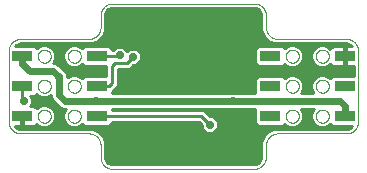
<source format=gbl>
G75*
%MOIN*%
%OFA0B0*%
%FSLAX25Y25*%
%IPPOS*%
%LPD*%
%AMOC8*
5,1,8,0,0,1.08239X$1,22.5*
%
%ADD10C,0.00000*%
%ADD11R,0.07087X0.03543*%
%ADD12C,0.01000*%
%ADD13OC8,0.02420*%
%ADD14C,0.02400*%
D10*
X0045791Y0032012D02*
X0045915Y0032010D01*
X0046038Y0032004D01*
X0046162Y0031995D01*
X0046284Y0031981D01*
X0046407Y0031964D01*
X0046529Y0031942D01*
X0046650Y0031917D01*
X0046770Y0031888D01*
X0046889Y0031856D01*
X0047008Y0031819D01*
X0047125Y0031779D01*
X0047240Y0031736D01*
X0047355Y0031688D01*
X0047467Y0031637D01*
X0047578Y0031583D01*
X0047688Y0031525D01*
X0047795Y0031464D01*
X0047901Y0031399D01*
X0048004Y0031331D01*
X0048105Y0031260D01*
X0048204Y0031186D01*
X0048301Y0031109D01*
X0048395Y0031028D01*
X0048486Y0030945D01*
X0048575Y0030859D01*
X0048661Y0030770D01*
X0048744Y0030679D01*
X0048825Y0030585D01*
X0048902Y0030488D01*
X0048976Y0030389D01*
X0049047Y0030288D01*
X0049115Y0030185D01*
X0049180Y0030079D01*
X0049241Y0029972D01*
X0049299Y0029862D01*
X0049353Y0029751D01*
X0049404Y0029639D01*
X0049452Y0029524D01*
X0049495Y0029409D01*
X0049535Y0029292D01*
X0049572Y0029173D01*
X0049604Y0029054D01*
X0049633Y0028934D01*
X0049658Y0028813D01*
X0049680Y0028691D01*
X0049697Y0028568D01*
X0049711Y0028446D01*
X0049720Y0028322D01*
X0049726Y0028199D01*
X0049728Y0028075D01*
X0049728Y0024138D01*
X0049730Y0024014D01*
X0049736Y0023891D01*
X0049745Y0023767D01*
X0049759Y0023645D01*
X0049776Y0023522D01*
X0049798Y0023400D01*
X0049823Y0023279D01*
X0049852Y0023159D01*
X0049884Y0023040D01*
X0049921Y0022921D01*
X0049961Y0022804D01*
X0050004Y0022689D01*
X0050052Y0022574D01*
X0050103Y0022462D01*
X0050157Y0022351D01*
X0050215Y0022241D01*
X0050276Y0022134D01*
X0050341Y0022028D01*
X0050409Y0021925D01*
X0050480Y0021824D01*
X0050554Y0021725D01*
X0050631Y0021628D01*
X0050712Y0021534D01*
X0050795Y0021443D01*
X0050881Y0021354D01*
X0050970Y0021268D01*
X0051061Y0021185D01*
X0051155Y0021104D01*
X0051252Y0021027D01*
X0051351Y0020953D01*
X0051452Y0020882D01*
X0051555Y0020814D01*
X0051661Y0020749D01*
X0051768Y0020688D01*
X0051878Y0020630D01*
X0051989Y0020576D01*
X0052101Y0020525D01*
X0052216Y0020477D01*
X0052331Y0020434D01*
X0052448Y0020394D01*
X0052567Y0020357D01*
X0052686Y0020325D01*
X0052806Y0020296D01*
X0052927Y0020271D01*
X0053049Y0020249D01*
X0053172Y0020232D01*
X0053294Y0020218D01*
X0053418Y0020209D01*
X0053541Y0020203D01*
X0053665Y0020201D01*
X0100909Y0020201D01*
X0101033Y0020203D01*
X0101156Y0020209D01*
X0101280Y0020218D01*
X0101402Y0020232D01*
X0101525Y0020249D01*
X0101647Y0020271D01*
X0101768Y0020296D01*
X0101888Y0020325D01*
X0102007Y0020357D01*
X0102126Y0020394D01*
X0102243Y0020434D01*
X0102358Y0020477D01*
X0102473Y0020525D01*
X0102585Y0020576D01*
X0102696Y0020630D01*
X0102806Y0020688D01*
X0102913Y0020749D01*
X0103019Y0020814D01*
X0103122Y0020882D01*
X0103223Y0020953D01*
X0103322Y0021027D01*
X0103419Y0021104D01*
X0103513Y0021185D01*
X0103604Y0021268D01*
X0103693Y0021354D01*
X0103779Y0021443D01*
X0103862Y0021534D01*
X0103943Y0021628D01*
X0104020Y0021725D01*
X0104094Y0021824D01*
X0104165Y0021925D01*
X0104233Y0022028D01*
X0104298Y0022134D01*
X0104359Y0022241D01*
X0104417Y0022351D01*
X0104471Y0022462D01*
X0104522Y0022574D01*
X0104570Y0022689D01*
X0104613Y0022804D01*
X0104653Y0022921D01*
X0104690Y0023040D01*
X0104722Y0023159D01*
X0104751Y0023279D01*
X0104776Y0023400D01*
X0104798Y0023522D01*
X0104815Y0023645D01*
X0104829Y0023767D01*
X0104838Y0023891D01*
X0104844Y0024014D01*
X0104846Y0024138D01*
X0104846Y0028075D01*
X0104848Y0028199D01*
X0104854Y0028322D01*
X0104863Y0028446D01*
X0104877Y0028568D01*
X0104894Y0028691D01*
X0104916Y0028813D01*
X0104941Y0028934D01*
X0104970Y0029054D01*
X0105002Y0029173D01*
X0105039Y0029292D01*
X0105079Y0029409D01*
X0105122Y0029524D01*
X0105170Y0029639D01*
X0105221Y0029751D01*
X0105275Y0029862D01*
X0105333Y0029972D01*
X0105394Y0030079D01*
X0105459Y0030185D01*
X0105527Y0030288D01*
X0105598Y0030389D01*
X0105672Y0030488D01*
X0105749Y0030585D01*
X0105830Y0030679D01*
X0105913Y0030770D01*
X0105999Y0030859D01*
X0106088Y0030945D01*
X0106179Y0031028D01*
X0106273Y0031109D01*
X0106370Y0031186D01*
X0106469Y0031260D01*
X0106570Y0031331D01*
X0106673Y0031399D01*
X0106779Y0031464D01*
X0106886Y0031525D01*
X0106996Y0031583D01*
X0107107Y0031637D01*
X0107219Y0031688D01*
X0107334Y0031736D01*
X0107449Y0031779D01*
X0107566Y0031819D01*
X0107685Y0031856D01*
X0107804Y0031888D01*
X0107924Y0031917D01*
X0108045Y0031942D01*
X0108167Y0031964D01*
X0108290Y0031981D01*
X0108412Y0031995D01*
X0108536Y0032004D01*
X0108659Y0032010D01*
X0108783Y0032012D01*
X0131618Y0032012D01*
X0131742Y0032014D01*
X0131865Y0032020D01*
X0131989Y0032029D01*
X0132111Y0032043D01*
X0132234Y0032060D01*
X0132356Y0032082D01*
X0132477Y0032107D01*
X0132597Y0032136D01*
X0132716Y0032168D01*
X0132835Y0032205D01*
X0132952Y0032245D01*
X0133067Y0032288D01*
X0133182Y0032336D01*
X0133294Y0032387D01*
X0133405Y0032441D01*
X0133515Y0032499D01*
X0133622Y0032560D01*
X0133728Y0032625D01*
X0133831Y0032693D01*
X0133932Y0032764D01*
X0134031Y0032838D01*
X0134128Y0032915D01*
X0134222Y0032996D01*
X0134313Y0033079D01*
X0134402Y0033165D01*
X0134488Y0033254D01*
X0134571Y0033345D01*
X0134652Y0033439D01*
X0134729Y0033536D01*
X0134803Y0033635D01*
X0134874Y0033736D01*
X0134942Y0033839D01*
X0135007Y0033945D01*
X0135068Y0034052D01*
X0135126Y0034162D01*
X0135180Y0034273D01*
X0135231Y0034385D01*
X0135279Y0034500D01*
X0135322Y0034615D01*
X0135362Y0034732D01*
X0135399Y0034851D01*
X0135431Y0034970D01*
X0135460Y0035090D01*
X0135485Y0035211D01*
X0135507Y0035333D01*
X0135524Y0035456D01*
X0135538Y0035578D01*
X0135547Y0035702D01*
X0135553Y0035825D01*
X0135555Y0035949D01*
X0135555Y0059571D01*
X0135553Y0059695D01*
X0135547Y0059818D01*
X0135538Y0059942D01*
X0135524Y0060064D01*
X0135507Y0060187D01*
X0135485Y0060309D01*
X0135460Y0060430D01*
X0135431Y0060550D01*
X0135399Y0060669D01*
X0135362Y0060788D01*
X0135322Y0060905D01*
X0135279Y0061020D01*
X0135231Y0061135D01*
X0135180Y0061247D01*
X0135126Y0061358D01*
X0135068Y0061468D01*
X0135007Y0061575D01*
X0134942Y0061681D01*
X0134874Y0061784D01*
X0134803Y0061885D01*
X0134729Y0061984D01*
X0134652Y0062081D01*
X0134571Y0062175D01*
X0134488Y0062266D01*
X0134402Y0062355D01*
X0134313Y0062441D01*
X0134222Y0062524D01*
X0134128Y0062605D01*
X0134031Y0062682D01*
X0133932Y0062756D01*
X0133831Y0062827D01*
X0133728Y0062895D01*
X0133622Y0062960D01*
X0133515Y0063021D01*
X0133405Y0063079D01*
X0133294Y0063133D01*
X0133182Y0063184D01*
X0133067Y0063232D01*
X0132952Y0063275D01*
X0132835Y0063315D01*
X0132716Y0063352D01*
X0132597Y0063384D01*
X0132477Y0063413D01*
X0132356Y0063438D01*
X0132234Y0063460D01*
X0132111Y0063477D01*
X0131989Y0063491D01*
X0131865Y0063500D01*
X0131742Y0063506D01*
X0131618Y0063508D01*
X0108783Y0063508D01*
X0108659Y0063510D01*
X0108536Y0063516D01*
X0108412Y0063525D01*
X0108290Y0063539D01*
X0108167Y0063556D01*
X0108045Y0063578D01*
X0107924Y0063603D01*
X0107804Y0063632D01*
X0107685Y0063664D01*
X0107566Y0063701D01*
X0107449Y0063741D01*
X0107334Y0063784D01*
X0107219Y0063832D01*
X0107107Y0063883D01*
X0106996Y0063937D01*
X0106886Y0063995D01*
X0106779Y0064056D01*
X0106673Y0064121D01*
X0106570Y0064189D01*
X0106469Y0064260D01*
X0106370Y0064334D01*
X0106273Y0064411D01*
X0106179Y0064492D01*
X0106088Y0064575D01*
X0105999Y0064661D01*
X0105913Y0064750D01*
X0105830Y0064841D01*
X0105749Y0064935D01*
X0105672Y0065032D01*
X0105598Y0065131D01*
X0105527Y0065232D01*
X0105459Y0065335D01*
X0105394Y0065441D01*
X0105333Y0065548D01*
X0105275Y0065658D01*
X0105221Y0065769D01*
X0105170Y0065881D01*
X0105122Y0065996D01*
X0105079Y0066111D01*
X0105039Y0066228D01*
X0105002Y0066347D01*
X0104970Y0066466D01*
X0104941Y0066586D01*
X0104916Y0066707D01*
X0104894Y0066829D01*
X0104877Y0066952D01*
X0104863Y0067074D01*
X0104854Y0067198D01*
X0104848Y0067321D01*
X0104846Y0067445D01*
X0104846Y0071382D01*
X0104844Y0071506D01*
X0104838Y0071629D01*
X0104829Y0071753D01*
X0104815Y0071875D01*
X0104798Y0071998D01*
X0104776Y0072120D01*
X0104751Y0072241D01*
X0104722Y0072361D01*
X0104690Y0072480D01*
X0104653Y0072599D01*
X0104613Y0072716D01*
X0104570Y0072831D01*
X0104522Y0072946D01*
X0104471Y0073058D01*
X0104417Y0073169D01*
X0104359Y0073279D01*
X0104298Y0073386D01*
X0104233Y0073492D01*
X0104165Y0073595D01*
X0104094Y0073696D01*
X0104020Y0073795D01*
X0103943Y0073892D01*
X0103862Y0073986D01*
X0103779Y0074077D01*
X0103693Y0074166D01*
X0103604Y0074252D01*
X0103513Y0074335D01*
X0103419Y0074416D01*
X0103322Y0074493D01*
X0103223Y0074567D01*
X0103122Y0074638D01*
X0103019Y0074706D01*
X0102913Y0074771D01*
X0102806Y0074832D01*
X0102696Y0074890D01*
X0102585Y0074944D01*
X0102473Y0074995D01*
X0102358Y0075043D01*
X0102243Y0075086D01*
X0102126Y0075126D01*
X0102007Y0075163D01*
X0101888Y0075195D01*
X0101768Y0075224D01*
X0101647Y0075249D01*
X0101525Y0075271D01*
X0101402Y0075288D01*
X0101280Y0075302D01*
X0101156Y0075311D01*
X0101033Y0075317D01*
X0100909Y0075319D01*
X0053665Y0075319D01*
X0053541Y0075317D01*
X0053418Y0075311D01*
X0053294Y0075302D01*
X0053172Y0075288D01*
X0053049Y0075271D01*
X0052927Y0075249D01*
X0052806Y0075224D01*
X0052686Y0075195D01*
X0052567Y0075163D01*
X0052448Y0075126D01*
X0052331Y0075086D01*
X0052216Y0075043D01*
X0052101Y0074995D01*
X0051989Y0074944D01*
X0051878Y0074890D01*
X0051768Y0074832D01*
X0051661Y0074771D01*
X0051555Y0074706D01*
X0051452Y0074638D01*
X0051351Y0074567D01*
X0051252Y0074493D01*
X0051155Y0074416D01*
X0051061Y0074335D01*
X0050970Y0074252D01*
X0050881Y0074166D01*
X0050795Y0074077D01*
X0050712Y0073986D01*
X0050631Y0073892D01*
X0050554Y0073795D01*
X0050480Y0073696D01*
X0050409Y0073595D01*
X0050341Y0073492D01*
X0050276Y0073386D01*
X0050215Y0073279D01*
X0050157Y0073169D01*
X0050103Y0073058D01*
X0050052Y0072946D01*
X0050004Y0072831D01*
X0049961Y0072716D01*
X0049921Y0072599D01*
X0049884Y0072480D01*
X0049852Y0072361D01*
X0049823Y0072241D01*
X0049798Y0072120D01*
X0049776Y0071998D01*
X0049759Y0071875D01*
X0049745Y0071753D01*
X0049736Y0071629D01*
X0049730Y0071506D01*
X0049728Y0071382D01*
X0049728Y0067445D01*
X0049726Y0067321D01*
X0049720Y0067198D01*
X0049711Y0067074D01*
X0049697Y0066952D01*
X0049680Y0066829D01*
X0049658Y0066707D01*
X0049633Y0066586D01*
X0049604Y0066466D01*
X0049572Y0066347D01*
X0049535Y0066228D01*
X0049495Y0066111D01*
X0049452Y0065996D01*
X0049404Y0065881D01*
X0049353Y0065769D01*
X0049299Y0065658D01*
X0049241Y0065548D01*
X0049180Y0065441D01*
X0049115Y0065335D01*
X0049047Y0065232D01*
X0048976Y0065131D01*
X0048902Y0065032D01*
X0048825Y0064935D01*
X0048744Y0064841D01*
X0048661Y0064750D01*
X0048575Y0064661D01*
X0048486Y0064575D01*
X0048395Y0064492D01*
X0048301Y0064411D01*
X0048204Y0064334D01*
X0048105Y0064260D01*
X0048004Y0064189D01*
X0047901Y0064121D01*
X0047795Y0064056D01*
X0047688Y0063995D01*
X0047578Y0063937D01*
X0047467Y0063883D01*
X0047355Y0063832D01*
X0047240Y0063784D01*
X0047125Y0063741D01*
X0047008Y0063701D01*
X0046889Y0063664D01*
X0046770Y0063632D01*
X0046650Y0063603D01*
X0046529Y0063578D01*
X0046407Y0063556D01*
X0046284Y0063539D01*
X0046162Y0063525D01*
X0046038Y0063516D01*
X0045915Y0063510D01*
X0045791Y0063508D01*
X0023055Y0063508D01*
X0022931Y0063506D01*
X0022808Y0063500D01*
X0022684Y0063491D01*
X0022562Y0063477D01*
X0022439Y0063460D01*
X0022317Y0063438D01*
X0022196Y0063413D01*
X0022076Y0063384D01*
X0021957Y0063352D01*
X0021838Y0063315D01*
X0021721Y0063275D01*
X0021606Y0063232D01*
X0021491Y0063184D01*
X0021379Y0063133D01*
X0021268Y0063079D01*
X0021158Y0063021D01*
X0021051Y0062960D01*
X0020945Y0062895D01*
X0020842Y0062827D01*
X0020741Y0062756D01*
X0020642Y0062682D01*
X0020545Y0062605D01*
X0020451Y0062524D01*
X0020360Y0062441D01*
X0020271Y0062355D01*
X0020185Y0062266D01*
X0020102Y0062175D01*
X0020021Y0062081D01*
X0019944Y0061984D01*
X0019870Y0061885D01*
X0019799Y0061784D01*
X0019731Y0061681D01*
X0019666Y0061575D01*
X0019605Y0061468D01*
X0019547Y0061358D01*
X0019493Y0061247D01*
X0019442Y0061135D01*
X0019394Y0061020D01*
X0019351Y0060905D01*
X0019311Y0060788D01*
X0019274Y0060669D01*
X0019242Y0060550D01*
X0019213Y0060430D01*
X0019188Y0060309D01*
X0019166Y0060187D01*
X0019149Y0060064D01*
X0019135Y0059942D01*
X0019126Y0059818D01*
X0019120Y0059695D01*
X0019118Y0059571D01*
X0019118Y0035949D01*
X0019120Y0035825D01*
X0019126Y0035702D01*
X0019135Y0035578D01*
X0019149Y0035456D01*
X0019166Y0035333D01*
X0019188Y0035211D01*
X0019213Y0035090D01*
X0019242Y0034970D01*
X0019274Y0034851D01*
X0019311Y0034732D01*
X0019351Y0034615D01*
X0019394Y0034500D01*
X0019442Y0034385D01*
X0019493Y0034273D01*
X0019547Y0034162D01*
X0019605Y0034052D01*
X0019666Y0033945D01*
X0019731Y0033839D01*
X0019799Y0033736D01*
X0019870Y0033635D01*
X0019944Y0033536D01*
X0020021Y0033439D01*
X0020102Y0033345D01*
X0020185Y0033254D01*
X0020271Y0033165D01*
X0020360Y0033079D01*
X0020451Y0032996D01*
X0020545Y0032915D01*
X0020642Y0032838D01*
X0020741Y0032764D01*
X0020842Y0032693D01*
X0020945Y0032625D01*
X0021051Y0032560D01*
X0021158Y0032499D01*
X0021268Y0032441D01*
X0021379Y0032387D01*
X0021491Y0032336D01*
X0021606Y0032288D01*
X0021721Y0032245D01*
X0021838Y0032205D01*
X0021957Y0032168D01*
X0022076Y0032136D01*
X0022196Y0032107D01*
X0022317Y0032082D01*
X0022439Y0032060D01*
X0022562Y0032043D01*
X0022684Y0032029D01*
X0022808Y0032020D01*
X0022931Y0032014D01*
X0023055Y0032012D01*
X0045791Y0032012D01*
X0038784Y0037760D02*
X0038786Y0037853D01*
X0038792Y0037945D01*
X0038802Y0038037D01*
X0038816Y0038128D01*
X0038833Y0038219D01*
X0038855Y0038309D01*
X0038880Y0038398D01*
X0038909Y0038486D01*
X0038942Y0038572D01*
X0038979Y0038657D01*
X0039019Y0038741D01*
X0039063Y0038822D01*
X0039110Y0038902D01*
X0039160Y0038980D01*
X0039214Y0039055D01*
X0039271Y0039128D01*
X0039331Y0039198D01*
X0039394Y0039266D01*
X0039460Y0039331D01*
X0039528Y0039393D01*
X0039599Y0039453D01*
X0039673Y0039509D01*
X0039749Y0039562D01*
X0039827Y0039611D01*
X0039907Y0039658D01*
X0039989Y0039700D01*
X0040073Y0039740D01*
X0040158Y0039775D01*
X0040245Y0039807D01*
X0040333Y0039836D01*
X0040422Y0039860D01*
X0040512Y0039881D01*
X0040603Y0039897D01*
X0040695Y0039910D01*
X0040787Y0039919D01*
X0040880Y0039924D01*
X0040972Y0039925D01*
X0041065Y0039922D01*
X0041157Y0039915D01*
X0041249Y0039904D01*
X0041340Y0039889D01*
X0041431Y0039871D01*
X0041521Y0039848D01*
X0041609Y0039822D01*
X0041697Y0039792D01*
X0041783Y0039758D01*
X0041867Y0039721D01*
X0041950Y0039679D01*
X0042031Y0039635D01*
X0042111Y0039587D01*
X0042188Y0039536D01*
X0042262Y0039481D01*
X0042335Y0039423D01*
X0042405Y0039363D01*
X0042472Y0039299D01*
X0042536Y0039233D01*
X0042598Y0039163D01*
X0042656Y0039092D01*
X0042711Y0039018D01*
X0042763Y0038941D01*
X0042812Y0038862D01*
X0042858Y0038782D01*
X0042900Y0038699D01*
X0042938Y0038615D01*
X0042973Y0038529D01*
X0043004Y0038442D01*
X0043031Y0038354D01*
X0043054Y0038264D01*
X0043074Y0038174D01*
X0043090Y0038083D01*
X0043102Y0037991D01*
X0043110Y0037899D01*
X0043114Y0037806D01*
X0043114Y0037714D01*
X0043110Y0037621D01*
X0043102Y0037529D01*
X0043090Y0037437D01*
X0043074Y0037346D01*
X0043054Y0037256D01*
X0043031Y0037166D01*
X0043004Y0037078D01*
X0042973Y0036991D01*
X0042938Y0036905D01*
X0042900Y0036821D01*
X0042858Y0036738D01*
X0042812Y0036658D01*
X0042763Y0036579D01*
X0042711Y0036502D01*
X0042656Y0036428D01*
X0042598Y0036357D01*
X0042536Y0036287D01*
X0042472Y0036221D01*
X0042405Y0036157D01*
X0042335Y0036097D01*
X0042262Y0036039D01*
X0042188Y0035984D01*
X0042111Y0035933D01*
X0042032Y0035885D01*
X0041950Y0035841D01*
X0041867Y0035799D01*
X0041783Y0035762D01*
X0041697Y0035728D01*
X0041609Y0035698D01*
X0041521Y0035672D01*
X0041431Y0035649D01*
X0041340Y0035631D01*
X0041249Y0035616D01*
X0041157Y0035605D01*
X0041065Y0035598D01*
X0040972Y0035595D01*
X0040880Y0035596D01*
X0040787Y0035601D01*
X0040695Y0035610D01*
X0040603Y0035623D01*
X0040512Y0035639D01*
X0040422Y0035660D01*
X0040333Y0035684D01*
X0040245Y0035713D01*
X0040158Y0035745D01*
X0040073Y0035780D01*
X0039989Y0035820D01*
X0039907Y0035862D01*
X0039827Y0035909D01*
X0039749Y0035958D01*
X0039673Y0036011D01*
X0039599Y0036067D01*
X0039528Y0036127D01*
X0039460Y0036189D01*
X0039394Y0036254D01*
X0039331Y0036322D01*
X0039271Y0036392D01*
X0039214Y0036465D01*
X0039160Y0036540D01*
X0039110Y0036618D01*
X0039063Y0036698D01*
X0039019Y0036779D01*
X0038979Y0036863D01*
X0038942Y0036948D01*
X0038909Y0037034D01*
X0038880Y0037122D01*
X0038855Y0037211D01*
X0038833Y0037301D01*
X0038816Y0037392D01*
X0038802Y0037483D01*
X0038792Y0037575D01*
X0038786Y0037667D01*
X0038784Y0037760D01*
X0028784Y0037760D02*
X0028786Y0037853D01*
X0028792Y0037945D01*
X0028802Y0038037D01*
X0028816Y0038128D01*
X0028833Y0038219D01*
X0028855Y0038309D01*
X0028880Y0038398D01*
X0028909Y0038486D01*
X0028942Y0038572D01*
X0028979Y0038657D01*
X0029019Y0038741D01*
X0029063Y0038822D01*
X0029110Y0038902D01*
X0029160Y0038980D01*
X0029214Y0039055D01*
X0029271Y0039128D01*
X0029331Y0039198D01*
X0029394Y0039266D01*
X0029460Y0039331D01*
X0029528Y0039393D01*
X0029599Y0039453D01*
X0029673Y0039509D01*
X0029749Y0039562D01*
X0029827Y0039611D01*
X0029907Y0039658D01*
X0029989Y0039700D01*
X0030073Y0039740D01*
X0030158Y0039775D01*
X0030245Y0039807D01*
X0030333Y0039836D01*
X0030422Y0039860D01*
X0030512Y0039881D01*
X0030603Y0039897D01*
X0030695Y0039910D01*
X0030787Y0039919D01*
X0030880Y0039924D01*
X0030972Y0039925D01*
X0031065Y0039922D01*
X0031157Y0039915D01*
X0031249Y0039904D01*
X0031340Y0039889D01*
X0031431Y0039871D01*
X0031521Y0039848D01*
X0031609Y0039822D01*
X0031697Y0039792D01*
X0031783Y0039758D01*
X0031867Y0039721D01*
X0031950Y0039679D01*
X0032031Y0039635D01*
X0032111Y0039587D01*
X0032188Y0039536D01*
X0032262Y0039481D01*
X0032335Y0039423D01*
X0032405Y0039363D01*
X0032472Y0039299D01*
X0032536Y0039233D01*
X0032598Y0039163D01*
X0032656Y0039092D01*
X0032711Y0039018D01*
X0032763Y0038941D01*
X0032812Y0038862D01*
X0032858Y0038782D01*
X0032900Y0038699D01*
X0032938Y0038615D01*
X0032973Y0038529D01*
X0033004Y0038442D01*
X0033031Y0038354D01*
X0033054Y0038264D01*
X0033074Y0038174D01*
X0033090Y0038083D01*
X0033102Y0037991D01*
X0033110Y0037899D01*
X0033114Y0037806D01*
X0033114Y0037714D01*
X0033110Y0037621D01*
X0033102Y0037529D01*
X0033090Y0037437D01*
X0033074Y0037346D01*
X0033054Y0037256D01*
X0033031Y0037166D01*
X0033004Y0037078D01*
X0032973Y0036991D01*
X0032938Y0036905D01*
X0032900Y0036821D01*
X0032858Y0036738D01*
X0032812Y0036658D01*
X0032763Y0036579D01*
X0032711Y0036502D01*
X0032656Y0036428D01*
X0032598Y0036357D01*
X0032536Y0036287D01*
X0032472Y0036221D01*
X0032405Y0036157D01*
X0032335Y0036097D01*
X0032262Y0036039D01*
X0032188Y0035984D01*
X0032111Y0035933D01*
X0032032Y0035885D01*
X0031950Y0035841D01*
X0031867Y0035799D01*
X0031783Y0035762D01*
X0031697Y0035728D01*
X0031609Y0035698D01*
X0031521Y0035672D01*
X0031431Y0035649D01*
X0031340Y0035631D01*
X0031249Y0035616D01*
X0031157Y0035605D01*
X0031065Y0035598D01*
X0030972Y0035595D01*
X0030880Y0035596D01*
X0030787Y0035601D01*
X0030695Y0035610D01*
X0030603Y0035623D01*
X0030512Y0035639D01*
X0030422Y0035660D01*
X0030333Y0035684D01*
X0030245Y0035713D01*
X0030158Y0035745D01*
X0030073Y0035780D01*
X0029989Y0035820D01*
X0029907Y0035862D01*
X0029827Y0035909D01*
X0029749Y0035958D01*
X0029673Y0036011D01*
X0029599Y0036067D01*
X0029528Y0036127D01*
X0029460Y0036189D01*
X0029394Y0036254D01*
X0029331Y0036322D01*
X0029271Y0036392D01*
X0029214Y0036465D01*
X0029160Y0036540D01*
X0029110Y0036618D01*
X0029063Y0036698D01*
X0029019Y0036779D01*
X0028979Y0036863D01*
X0028942Y0036948D01*
X0028909Y0037034D01*
X0028880Y0037122D01*
X0028855Y0037211D01*
X0028833Y0037301D01*
X0028816Y0037392D01*
X0028802Y0037483D01*
X0028792Y0037575D01*
X0028786Y0037667D01*
X0028784Y0037760D01*
X0028784Y0047760D02*
X0028786Y0047853D01*
X0028792Y0047945D01*
X0028802Y0048037D01*
X0028816Y0048128D01*
X0028833Y0048219D01*
X0028855Y0048309D01*
X0028880Y0048398D01*
X0028909Y0048486D01*
X0028942Y0048572D01*
X0028979Y0048657D01*
X0029019Y0048741D01*
X0029063Y0048822D01*
X0029110Y0048902D01*
X0029160Y0048980D01*
X0029214Y0049055D01*
X0029271Y0049128D01*
X0029331Y0049198D01*
X0029394Y0049266D01*
X0029460Y0049331D01*
X0029528Y0049393D01*
X0029599Y0049453D01*
X0029673Y0049509D01*
X0029749Y0049562D01*
X0029827Y0049611D01*
X0029907Y0049658D01*
X0029989Y0049700D01*
X0030073Y0049740D01*
X0030158Y0049775D01*
X0030245Y0049807D01*
X0030333Y0049836D01*
X0030422Y0049860D01*
X0030512Y0049881D01*
X0030603Y0049897D01*
X0030695Y0049910D01*
X0030787Y0049919D01*
X0030880Y0049924D01*
X0030972Y0049925D01*
X0031065Y0049922D01*
X0031157Y0049915D01*
X0031249Y0049904D01*
X0031340Y0049889D01*
X0031431Y0049871D01*
X0031521Y0049848D01*
X0031609Y0049822D01*
X0031697Y0049792D01*
X0031783Y0049758D01*
X0031867Y0049721D01*
X0031950Y0049679D01*
X0032031Y0049635D01*
X0032111Y0049587D01*
X0032188Y0049536D01*
X0032262Y0049481D01*
X0032335Y0049423D01*
X0032405Y0049363D01*
X0032472Y0049299D01*
X0032536Y0049233D01*
X0032598Y0049163D01*
X0032656Y0049092D01*
X0032711Y0049018D01*
X0032763Y0048941D01*
X0032812Y0048862D01*
X0032858Y0048782D01*
X0032900Y0048699D01*
X0032938Y0048615D01*
X0032973Y0048529D01*
X0033004Y0048442D01*
X0033031Y0048354D01*
X0033054Y0048264D01*
X0033074Y0048174D01*
X0033090Y0048083D01*
X0033102Y0047991D01*
X0033110Y0047899D01*
X0033114Y0047806D01*
X0033114Y0047714D01*
X0033110Y0047621D01*
X0033102Y0047529D01*
X0033090Y0047437D01*
X0033074Y0047346D01*
X0033054Y0047256D01*
X0033031Y0047166D01*
X0033004Y0047078D01*
X0032973Y0046991D01*
X0032938Y0046905D01*
X0032900Y0046821D01*
X0032858Y0046738D01*
X0032812Y0046658D01*
X0032763Y0046579D01*
X0032711Y0046502D01*
X0032656Y0046428D01*
X0032598Y0046357D01*
X0032536Y0046287D01*
X0032472Y0046221D01*
X0032405Y0046157D01*
X0032335Y0046097D01*
X0032262Y0046039D01*
X0032188Y0045984D01*
X0032111Y0045933D01*
X0032032Y0045885D01*
X0031950Y0045841D01*
X0031867Y0045799D01*
X0031783Y0045762D01*
X0031697Y0045728D01*
X0031609Y0045698D01*
X0031521Y0045672D01*
X0031431Y0045649D01*
X0031340Y0045631D01*
X0031249Y0045616D01*
X0031157Y0045605D01*
X0031065Y0045598D01*
X0030972Y0045595D01*
X0030880Y0045596D01*
X0030787Y0045601D01*
X0030695Y0045610D01*
X0030603Y0045623D01*
X0030512Y0045639D01*
X0030422Y0045660D01*
X0030333Y0045684D01*
X0030245Y0045713D01*
X0030158Y0045745D01*
X0030073Y0045780D01*
X0029989Y0045820D01*
X0029907Y0045862D01*
X0029827Y0045909D01*
X0029749Y0045958D01*
X0029673Y0046011D01*
X0029599Y0046067D01*
X0029528Y0046127D01*
X0029460Y0046189D01*
X0029394Y0046254D01*
X0029331Y0046322D01*
X0029271Y0046392D01*
X0029214Y0046465D01*
X0029160Y0046540D01*
X0029110Y0046618D01*
X0029063Y0046698D01*
X0029019Y0046779D01*
X0028979Y0046863D01*
X0028942Y0046948D01*
X0028909Y0047034D01*
X0028880Y0047122D01*
X0028855Y0047211D01*
X0028833Y0047301D01*
X0028816Y0047392D01*
X0028802Y0047483D01*
X0028792Y0047575D01*
X0028786Y0047667D01*
X0028784Y0047760D01*
X0038784Y0047760D02*
X0038786Y0047853D01*
X0038792Y0047945D01*
X0038802Y0048037D01*
X0038816Y0048128D01*
X0038833Y0048219D01*
X0038855Y0048309D01*
X0038880Y0048398D01*
X0038909Y0048486D01*
X0038942Y0048572D01*
X0038979Y0048657D01*
X0039019Y0048741D01*
X0039063Y0048822D01*
X0039110Y0048902D01*
X0039160Y0048980D01*
X0039214Y0049055D01*
X0039271Y0049128D01*
X0039331Y0049198D01*
X0039394Y0049266D01*
X0039460Y0049331D01*
X0039528Y0049393D01*
X0039599Y0049453D01*
X0039673Y0049509D01*
X0039749Y0049562D01*
X0039827Y0049611D01*
X0039907Y0049658D01*
X0039989Y0049700D01*
X0040073Y0049740D01*
X0040158Y0049775D01*
X0040245Y0049807D01*
X0040333Y0049836D01*
X0040422Y0049860D01*
X0040512Y0049881D01*
X0040603Y0049897D01*
X0040695Y0049910D01*
X0040787Y0049919D01*
X0040880Y0049924D01*
X0040972Y0049925D01*
X0041065Y0049922D01*
X0041157Y0049915D01*
X0041249Y0049904D01*
X0041340Y0049889D01*
X0041431Y0049871D01*
X0041521Y0049848D01*
X0041609Y0049822D01*
X0041697Y0049792D01*
X0041783Y0049758D01*
X0041867Y0049721D01*
X0041950Y0049679D01*
X0042031Y0049635D01*
X0042111Y0049587D01*
X0042188Y0049536D01*
X0042262Y0049481D01*
X0042335Y0049423D01*
X0042405Y0049363D01*
X0042472Y0049299D01*
X0042536Y0049233D01*
X0042598Y0049163D01*
X0042656Y0049092D01*
X0042711Y0049018D01*
X0042763Y0048941D01*
X0042812Y0048862D01*
X0042858Y0048782D01*
X0042900Y0048699D01*
X0042938Y0048615D01*
X0042973Y0048529D01*
X0043004Y0048442D01*
X0043031Y0048354D01*
X0043054Y0048264D01*
X0043074Y0048174D01*
X0043090Y0048083D01*
X0043102Y0047991D01*
X0043110Y0047899D01*
X0043114Y0047806D01*
X0043114Y0047714D01*
X0043110Y0047621D01*
X0043102Y0047529D01*
X0043090Y0047437D01*
X0043074Y0047346D01*
X0043054Y0047256D01*
X0043031Y0047166D01*
X0043004Y0047078D01*
X0042973Y0046991D01*
X0042938Y0046905D01*
X0042900Y0046821D01*
X0042858Y0046738D01*
X0042812Y0046658D01*
X0042763Y0046579D01*
X0042711Y0046502D01*
X0042656Y0046428D01*
X0042598Y0046357D01*
X0042536Y0046287D01*
X0042472Y0046221D01*
X0042405Y0046157D01*
X0042335Y0046097D01*
X0042262Y0046039D01*
X0042188Y0045984D01*
X0042111Y0045933D01*
X0042032Y0045885D01*
X0041950Y0045841D01*
X0041867Y0045799D01*
X0041783Y0045762D01*
X0041697Y0045728D01*
X0041609Y0045698D01*
X0041521Y0045672D01*
X0041431Y0045649D01*
X0041340Y0045631D01*
X0041249Y0045616D01*
X0041157Y0045605D01*
X0041065Y0045598D01*
X0040972Y0045595D01*
X0040880Y0045596D01*
X0040787Y0045601D01*
X0040695Y0045610D01*
X0040603Y0045623D01*
X0040512Y0045639D01*
X0040422Y0045660D01*
X0040333Y0045684D01*
X0040245Y0045713D01*
X0040158Y0045745D01*
X0040073Y0045780D01*
X0039989Y0045820D01*
X0039907Y0045862D01*
X0039827Y0045909D01*
X0039749Y0045958D01*
X0039673Y0046011D01*
X0039599Y0046067D01*
X0039528Y0046127D01*
X0039460Y0046189D01*
X0039394Y0046254D01*
X0039331Y0046322D01*
X0039271Y0046392D01*
X0039214Y0046465D01*
X0039160Y0046540D01*
X0039110Y0046618D01*
X0039063Y0046698D01*
X0039019Y0046779D01*
X0038979Y0046863D01*
X0038942Y0046948D01*
X0038909Y0047034D01*
X0038880Y0047122D01*
X0038855Y0047211D01*
X0038833Y0047301D01*
X0038816Y0047392D01*
X0038802Y0047483D01*
X0038792Y0047575D01*
X0038786Y0047667D01*
X0038784Y0047760D01*
X0038784Y0057760D02*
X0038786Y0057853D01*
X0038792Y0057945D01*
X0038802Y0058037D01*
X0038816Y0058128D01*
X0038833Y0058219D01*
X0038855Y0058309D01*
X0038880Y0058398D01*
X0038909Y0058486D01*
X0038942Y0058572D01*
X0038979Y0058657D01*
X0039019Y0058741D01*
X0039063Y0058822D01*
X0039110Y0058902D01*
X0039160Y0058980D01*
X0039214Y0059055D01*
X0039271Y0059128D01*
X0039331Y0059198D01*
X0039394Y0059266D01*
X0039460Y0059331D01*
X0039528Y0059393D01*
X0039599Y0059453D01*
X0039673Y0059509D01*
X0039749Y0059562D01*
X0039827Y0059611D01*
X0039907Y0059658D01*
X0039989Y0059700D01*
X0040073Y0059740D01*
X0040158Y0059775D01*
X0040245Y0059807D01*
X0040333Y0059836D01*
X0040422Y0059860D01*
X0040512Y0059881D01*
X0040603Y0059897D01*
X0040695Y0059910D01*
X0040787Y0059919D01*
X0040880Y0059924D01*
X0040972Y0059925D01*
X0041065Y0059922D01*
X0041157Y0059915D01*
X0041249Y0059904D01*
X0041340Y0059889D01*
X0041431Y0059871D01*
X0041521Y0059848D01*
X0041609Y0059822D01*
X0041697Y0059792D01*
X0041783Y0059758D01*
X0041867Y0059721D01*
X0041950Y0059679D01*
X0042031Y0059635D01*
X0042111Y0059587D01*
X0042188Y0059536D01*
X0042262Y0059481D01*
X0042335Y0059423D01*
X0042405Y0059363D01*
X0042472Y0059299D01*
X0042536Y0059233D01*
X0042598Y0059163D01*
X0042656Y0059092D01*
X0042711Y0059018D01*
X0042763Y0058941D01*
X0042812Y0058862D01*
X0042858Y0058782D01*
X0042900Y0058699D01*
X0042938Y0058615D01*
X0042973Y0058529D01*
X0043004Y0058442D01*
X0043031Y0058354D01*
X0043054Y0058264D01*
X0043074Y0058174D01*
X0043090Y0058083D01*
X0043102Y0057991D01*
X0043110Y0057899D01*
X0043114Y0057806D01*
X0043114Y0057714D01*
X0043110Y0057621D01*
X0043102Y0057529D01*
X0043090Y0057437D01*
X0043074Y0057346D01*
X0043054Y0057256D01*
X0043031Y0057166D01*
X0043004Y0057078D01*
X0042973Y0056991D01*
X0042938Y0056905D01*
X0042900Y0056821D01*
X0042858Y0056738D01*
X0042812Y0056658D01*
X0042763Y0056579D01*
X0042711Y0056502D01*
X0042656Y0056428D01*
X0042598Y0056357D01*
X0042536Y0056287D01*
X0042472Y0056221D01*
X0042405Y0056157D01*
X0042335Y0056097D01*
X0042262Y0056039D01*
X0042188Y0055984D01*
X0042111Y0055933D01*
X0042032Y0055885D01*
X0041950Y0055841D01*
X0041867Y0055799D01*
X0041783Y0055762D01*
X0041697Y0055728D01*
X0041609Y0055698D01*
X0041521Y0055672D01*
X0041431Y0055649D01*
X0041340Y0055631D01*
X0041249Y0055616D01*
X0041157Y0055605D01*
X0041065Y0055598D01*
X0040972Y0055595D01*
X0040880Y0055596D01*
X0040787Y0055601D01*
X0040695Y0055610D01*
X0040603Y0055623D01*
X0040512Y0055639D01*
X0040422Y0055660D01*
X0040333Y0055684D01*
X0040245Y0055713D01*
X0040158Y0055745D01*
X0040073Y0055780D01*
X0039989Y0055820D01*
X0039907Y0055862D01*
X0039827Y0055909D01*
X0039749Y0055958D01*
X0039673Y0056011D01*
X0039599Y0056067D01*
X0039528Y0056127D01*
X0039460Y0056189D01*
X0039394Y0056254D01*
X0039331Y0056322D01*
X0039271Y0056392D01*
X0039214Y0056465D01*
X0039160Y0056540D01*
X0039110Y0056618D01*
X0039063Y0056698D01*
X0039019Y0056779D01*
X0038979Y0056863D01*
X0038942Y0056948D01*
X0038909Y0057034D01*
X0038880Y0057122D01*
X0038855Y0057211D01*
X0038833Y0057301D01*
X0038816Y0057392D01*
X0038802Y0057483D01*
X0038792Y0057575D01*
X0038786Y0057667D01*
X0038784Y0057760D01*
X0028784Y0057760D02*
X0028786Y0057853D01*
X0028792Y0057945D01*
X0028802Y0058037D01*
X0028816Y0058128D01*
X0028833Y0058219D01*
X0028855Y0058309D01*
X0028880Y0058398D01*
X0028909Y0058486D01*
X0028942Y0058572D01*
X0028979Y0058657D01*
X0029019Y0058741D01*
X0029063Y0058822D01*
X0029110Y0058902D01*
X0029160Y0058980D01*
X0029214Y0059055D01*
X0029271Y0059128D01*
X0029331Y0059198D01*
X0029394Y0059266D01*
X0029460Y0059331D01*
X0029528Y0059393D01*
X0029599Y0059453D01*
X0029673Y0059509D01*
X0029749Y0059562D01*
X0029827Y0059611D01*
X0029907Y0059658D01*
X0029989Y0059700D01*
X0030073Y0059740D01*
X0030158Y0059775D01*
X0030245Y0059807D01*
X0030333Y0059836D01*
X0030422Y0059860D01*
X0030512Y0059881D01*
X0030603Y0059897D01*
X0030695Y0059910D01*
X0030787Y0059919D01*
X0030880Y0059924D01*
X0030972Y0059925D01*
X0031065Y0059922D01*
X0031157Y0059915D01*
X0031249Y0059904D01*
X0031340Y0059889D01*
X0031431Y0059871D01*
X0031521Y0059848D01*
X0031609Y0059822D01*
X0031697Y0059792D01*
X0031783Y0059758D01*
X0031867Y0059721D01*
X0031950Y0059679D01*
X0032031Y0059635D01*
X0032111Y0059587D01*
X0032188Y0059536D01*
X0032262Y0059481D01*
X0032335Y0059423D01*
X0032405Y0059363D01*
X0032472Y0059299D01*
X0032536Y0059233D01*
X0032598Y0059163D01*
X0032656Y0059092D01*
X0032711Y0059018D01*
X0032763Y0058941D01*
X0032812Y0058862D01*
X0032858Y0058782D01*
X0032900Y0058699D01*
X0032938Y0058615D01*
X0032973Y0058529D01*
X0033004Y0058442D01*
X0033031Y0058354D01*
X0033054Y0058264D01*
X0033074Y0058174D01*
X0033090Y0058083D01*
X0033102Y0057991D01*
X0033110Y0057899D01*
X0033114Y0057806D01*
X0033114Y0057714D01*
X0033110Y0057621D01*
X0033102Y0057529D01*
X0033090Y0057437D01*
X0033074Y0057346D01*
X0033054Y0057256D01*
X0033031Y0057166D01*
X0033004Y0057078D01*
X0032973Y0056991D01*
X0032938Y0056905D01*
X0032900Y0056821D01*
X0032858Y0056738D01*
X0032812Y0056658D01*
X0032763Y0056579D01*
X0032711Y0056502D01*
X0032656Y0056428D01*
X0032598Y0056357D01*
X0032536Y0056287D01*
X0032472Y0056221D01*
X0032405Y0056157D01*
X0032335Y0056097D01*
X0032262Y0056039D01*
X0032188Y0055984D01*
X0032111Y0055933D01*
X0032032Y0055885D01*
X0031950Y0055841D01*
X0031867Y0055799D01*
X0031783Y0055762D01*
X0031697Y0055728D01*
X0031609Y0055698D01*
X0031521Y0055672D01*
X0031431Y0055649D01*
X0031340Y0055631D01*
X0031249Y0055616D01*
X0031157Y0055605D01*
X0031065Y0055598D01*
X0030972Y0055595D01*
X0030880Y0055596D01*
X0030787Y0055601D01*
X0030695Y0055610D01*
X0030603Y0055623D01*
X0030512Y0055639D01*
X0030422Y0055660D01*
X0030333Y0055684D01*
X0030245Y0055713D01*
X0030158Y0055745D01*
X0030073Y0055780D01*
X0029989Y0055820D01*
X0029907Y0055862D01*
X0029827Y0055909D01*
X0029749Y0055958D01*
X0029673Y0056011D01*
X0029599Y0056067D01*
X0029528Y0056127D01*
X0029460Y0056189D01*
X0029394Y0056254D01*
X0029331Y0056322D01*
X0029271Y0056392D01*
X0029214Y0056465D01*
X0029160Y0056540D01*
X0029110Y0056618D01*
X0029063Y0056698D01*
X0029019Y0056779D01*
X0028979Y0056863D01*
X0028942Y0056948D01*
X0028909Y0057034D01*
X0028880Y0057122D01*
X0028855Y0057211D01*
X0028833Y0057301D01*
X0028816Y0057392D01*
X0028802Y0057483D01*
X0028792Y0057575D01*
X0028786Y0057667D01*
X0028784Y0057760D01*
X0111461Y0057760D02*
X0111463Y0057853D01*
X0111469Y0057945D01*
X0111479Y0058037D01*
X0111493Y0058128D01*
X0111510Y0058219D01*
X0111532Y0058309D01*
X0111557Y0058398D01*
X0111586Y0058486D01*
X0111619Y0058572D01*
X0111656Y0058657D01*
X0111696Y0058741D01*
X0111740Y0058822D01*
X0111787Y0058902D01*
X0111837Y0058980D01*
X0111891Y0059055D01*
X0111948Y0059128D01*
X0112008Y0059198D01*
X0112071Y0059266D01*
X0112137Y0059331D01*
X0112205Y0059393D01*
X0112276Y0059453D01*
X0112350Y0059509D01*
X0112426Y0059562D01*
X0112504Y0059611D01*
X0112584Y0059658D01*
X0112666Y0059700D01*
X0112750Y0059740D01*
X0112835Y0059775D01*
X0112922Y0059807D01*
X0113010Y0059836D01*
X0113099Y0059860D01*
X0113189Y0059881D01*
X0113280Y0059897D01*
X0113372Y0059910D01*
X0113464Y0059919D01*
X0113557Y0059924D01*
X0113649Y0059925D01*
X0113742Y0059922D01*
X0113834Y0059915D01*
X0113926Y0059904D01*
X0114017Y0059889D01*
X0114108Y0059871D01*
X0114198Y0059848D01*
X0114286Y0059822D01*
X0114374Y0059792D01*
X0114460Y0059758D01*
X0114544Y0059721D01*
X0114627Y0059679D01*
X0114708Y0059635D01*
X0114788Y0059587D01*
X0114865Y0059536D01*
X0114939Y0059481D01*
X0115012Y0059423D01*
X0115082Y0059363D01*
X0115149Y0059299D01*
X0115213Y0059233D01*
X0115275Y0059163D01*
X0115333Y0059092D01*
X0115388Y0059018D01*
X0115440Y0058941D01*
X0115489Y0058862D01*
X0115535Y0058782D01*
X0115577Y0058699D01*
X0115615Y0058615D01*
X0115650Y0058529D01*
X0115681Y0058442D01*
X0115708Y0058354D01*
X0115731Y0058264D01*
X0115751Y0058174D01*
X0115767Y0058083D01*
X0115779Y0057991D01*
X0115787Y0057899D01*
X0115791Y0057806D01*
X0115791Y0057714D01*
X0115787Y0057621D01*
X0115779Y0057529D01*
X0115767Y0057437D01*
X0115751Y0057346D01*
X0115731Y0057256D01*
X0115708Y0057166D01*
X0115681Y0057078D01*
X0115650Y0056991D01*
X0115615Y0056905D01*
X0115577Y0056821D01*
X0115535Y0056738D01*
X0115489Y0056658D01*
X0115440Y0056579D01*
X0115388Y0056502D01*
X0115333Y0056428D01*
X0115275Y0056357D01*
X0115213Y0056287D01*
X0115149Y0056221D01*
X0115082Y0056157D01*
X0115012Y0056097D01*
X0114939Y0056039D01*
X0114865Y0055984D01*
X0114788Y0055933D01*
X0114709Y0055885D01*
X0114627Y0055841D01*
X0114544Y0055799D01*
X0114460Y0055762D01*
X0114374Y0055728D01*
X0114286Y0055698D01*
X0114198Y0055672D01*
X0114108Y0055649D01*
X0114017Y0055631D01*
X0113926Y0055616D01*
X0113834Y0055605D01*
X0113742Y0055598D01*
X0113649Y0055595D01*
X0113557Y0055596D01*
X0113464Y0055601D01*
X0113372Y0055610D01*
X0113280Y0055623D01*
X0113189Y0055639D01*
X0113099Y0055660D01*
X0113010Y0055684D01*
X0112922Y0055713D01*
X0112835Y0055745D01*
X0112750Y0055780D01*
X0112666Y0055820D01*
X0112584Y0055862D01*
X0112504Y0055909D01*
X0112426Y0055958D01*
X0112350Y0056011D01*
X0112276Y0056067D01*
X0112205Y0056127D01*
X0112137Y0056189D01*
X0112071Y0056254D01*
X0112008Y0056322D01*
X0111948Y0056392D01*
X0111891Y0056465D01*
X0111837Y0056540D01*
X0111787Y0056618D01*
X0111740Y0056698D01*
X0111696Y0056779D01*
X0111656Y0056863D01*
X0111619Y0056948D01*
X0111586Y0057034D01*
X0111557Y0057122D01*
X0111532Y0057211D01*
X0111510Y0057301D01*
X0111493Y0057392D01*
X0111479Y0057483D01*
X0111469Y0057575D01*
X0111463Y0057667D01*
X0111461Y0057760D01*
X0121461Y0057760D02*
X0121463Y0057853D01*
X0121469Y0057945D01*
X0121479Y0058037D01*
X0121493Y0058128D01*
X0121510Y0058219D01*
X0121532Y0058309D01*
X0121557Y0058398D01*
X0121586Y0058486D01*
X0121619Y0058572D01*
X0121656Y0058657D01*
X0121696Y0058741D01*
X0121740Y0058822D01*
X0121787Y0058902D01*
X0121837Y0058980D01*
X0121891Y0059055D01*
X0121948Y0059128D01*
X0122008Y0059198D01*
X0122071Y0059266D01*
X0122137Y0059331D01*
X0122205Y0059393D01*
X0122276Y0059453D01*
X0122350Y0059509D01*
X0122426Y0059562D01*
X0122504Y0059611D01*
X0122584Y0059658D01*
X0122666Y0059700D01*
X0122750Y0059740D01*
X0122835Y0059775D01*
X0122922Y0059807D01*
X0123010Y0059836D01*
X0123099Y0059860D01*
X0123189Y0059881D01*
X0123280Y0059897D01*
X0123372Y0059910D01*
X0123464Y0059919D01*
X0123557Y0059924D01*
X0123649Y0059925D01*
X0123742Y0059922D01*
X0123834Y0059915D01*
X0123926Y0059904D01*
X0124017Y0059889D01*
X0124108Y0059871D01*
X0124198Y0059848D01*
X0124286Y0059822D01*
X0124374Y0059792D01*
X0124460Y0059758D01*
X0124544Y0059721D01*
X0124627Y0059679D01*
X0124708Y0059635D01*
X0124788Y0059587D01*
X0124865Y0059536D01*
X0124939Y0059481D01*
X0125012Y0059423D01*
X0125082Y0059363D01*
X0125149Y0059299D01*
X0125213Y0059233D01*
X0125275Y0059163D01*
X0125333Y0059092D01*
X0125388Y0059018D01*
X0125440Y0058941D01*
X0125489Y0058862D01*
X0125535Y0058782D01*
X0125577Y0058699D01*
X0125615Y0058615D01*
X0125650Y0058529D01*
X0125681Y0058442D01*
X0125708Y0058354D01*
X0125731Y0058264D01*
X0125751Y0058174D01*
X0125767Y0058083D01*
X0125779Y0057991D01*
X0125787Y0057899D01*
X0125791Y0057806D01*
X0125791Y0057714D01*
X0125787Y0057621D01*
X0125779Y0057529D01*
X0125767Y0057437D01*
X0125751Y0057346D01*
X0125731Y0057256D01*
X0125708Y0057166D01*
X0125681Y0057078D01*
X0125650Y0056991D01*
X0125615Y0056905D01*
X0125577Y0056821D01*
X0125535Y0056738D01*
X0125489Y0056658D01*
X0125440Y0056579D01*
X0125388Y0056502D01*
X0125333Y0056428D01*
X0125275Y0056357D01*
X0125213Y0056287D01*
X0125149Y0056221D01*
X0125082Y0056157D01*
X0125012Y0056097D01*
X0124939Y0056039D01*
X0124865Y0055984D01*
X0124788Y0055933D01*
X0124709Y0055885D01*
X0124627Y0055841D01*
X0124544Y0055799D01*
X0124460Y0055762D01*
X0124374Y0055728D01*
X0124286Y0055698D01*
X0124198Y0055672D01*
X0124108Y0055649D01*
X0124017Y0055631D01*
X0123926Y0055616D01*
X0123834Y0055605D01*
X0123742Y0055598D01*
X0123649Y0055595D01*
X0123557Y0055596D01*
X0123464Y0055601D01*
X0123372Y0055610D01*
X0123280Y0055623D01*
X0123189Y0055639D01*
X0123099Y0055660D01*
X0123010Y0055684D01*
X0122922Y0055713D01*
X0122835Y0055745D01*
X0122750Y0055780D01*
X0122666Y0055820D01*
X0122584Y0055862D01*
X0122504Y0055909D01*
X0122426Y0055958D01*
X0122350Y0056011D01*
X0122276Y0056067D01*
X0122205Y0056127D01*
X0122137Y0056189D01*
X0122071Y0056254D01*
X0122008Y0056322D01*
X0121948Y0056392D01*
X0121891Y0056465D01*
X0121837Y0056540D01*
X0121787Y0056618D01*
X0121740Y0056698D01*
X0121696Y0056779D01*
X0121656Y0056863D01*
X0121619Y0056948D01*
X0121586Y0057034D01*
X0121557Y0057122D01*
X0121532Y0057211D01*
X0121510Y0057301D01*
X0121493Y0057392D01*
X0121479Y0057483D01*
X0121469Y0057575D01*
X0121463Y0057667D01*
X0121461Y0057760D01*
X0121461Y0047760D02*
X0121463Y0047853D01*
X0121469Y0047945D01*
X0121479Y0048037D01*
X0121493Y0048128D01*
X0121510Y0048219D01*
X0121532Y0048309D01*
X0121557Y0048398D01*
X0121586Y0048486D01*
X0121619Y0048572D01*
X0121656Y0048657D01*
X0121696Y0048741D01*
X0121740Y0048822D01*
X0121787Y0048902D01*
X0121837Y0048980D01*
X0121891Y0049055D01*
X0121948Y0049128D01*
X0122008Y0049198D01*
X0122071Y0049266D01*
X0122137Y0049331D01*
X0122205Y0049393D01*
X0122276Y0049453D01*
X0122350Y0049509D01*
X0122426Y0049562D01*
X0122504Y0049611D01*
X0122584Y0049658D01*
X0122666Y0049700D01*
X0122750Y0049740D01*
X0122835Y0049775D01*
X0122922Y0049807D01*
X0123010Y0049836D01*
X0123099Y0049860D01*
X0123189Y0049881D01*
X0123280Y0049897D01*
X0123372Y0049910D01*
X0123464Y0049919D01*
X0123557Y0049924D01*
X0123649Y0049925D01*
X0123742Y0049922D01*
X0123834Y0049915D01*
X0123926Y0049904D01*
X0124017Y0049889D01*
X0124108Y0049871D01*
X0124198Y0049848D01*
X0124286Y0049822D01*
X0124374Y0049792D01*
X0124460Y0049758D01*
X0124544Y0049721D01*
X0124627Y0049679D01*
X0124708Y0049635D01*
X0124788Y0049587D01*
X0124865Y0049536D01*
X0124939Y0049481D01*
X0125012Y0049423D01*
X0125082Y0049363D01*
X0125149Y0049299D01*
X0125213Y0049233D01*
X0125275Y0049163D01*
X0125333Y0049092D01*
X0125388Y0049018D01*
X0125440Y0048941D01*
X0125489Y0048862D01*
X0125535Y0048782D01*
X0125577Y0048699D01*
X0125615Y0048615D01*
X0125650Y0048529D01*
X0125681Y0048442D01*
X0125708Y0048354D01*
X0125731Y0048264D01*
X0125751Y0048174D01*
X0125767Y0048083D01*
X0125779Y0047991D01*
X0125787Y0047899D01*
X0125791Y0047806D01*
X0125791Y0047714D01*
X0125787Y0047621D01*
X0125779Y0047529D01*
X0125767Y0047437D01*
X0125751Y0047346D01*
X0125731Y0047256D01*
X0125708Y0047166D01*
X0125681Y0047078D01*
X0125650Y0046991D01*
X0125615Y0046905D01*
X0125577Y0046821D01*
X0125535Y0046738D01*
X0125489Y0046658D01*
X0125440Y0046579D01*
X0125388Y0046502D01*
X0125333Y0046428D01*
X0125275Y0046357D01*
X0125213Y0046287D01*
X0125149Y0046221D01*
X0125082Y0046157D01*
X0125012Y0046097D01*
X0124939Y0046039D01*
X0124865Y0045984D01*
X0124788Y0045933D01*
X0124709Y0045885D01*
X0124627Y0045841D01*
X0124544Y0045799D01*
X0124460Y0045762D01*
X0124374Y0045728D01*
X0124286Y0045698D01*
X0124198Y0045672D01*
X0124108Y0045649D01*
X0124017Y0045631D01*
X0123926Y0045616D01*
X0123834Y0045605D01*
X0123742Y0045598D01*
X0123649Y0045595D01*
X0123557Y0045596D01*
X0123464Y0045601D01*
X0123372Y0045610D01*
X0123280Y0045623D01*
X0123189Y0045639D01*
X0123099Y0045660D01*
X0123010Y0045684D01*
X0122922Y0045713D01*
X0122835Y0045745D01*
X0122750Y0045780D01*
X0122666Y0045820D01*
X0122584Y0045862D01*
X0122504Y0045909D01*
X0122426Y0045958D01*
X0122350Y0046011D01*
X0122276Y0046067D01*
X0122205Y0046127D01*
X0122137Y0046189D01*
X0122071Y0046254D01*
X0122008Y0046322D01*
X0121948Y0046392D01*
X0121891Y0046465D01*
X0121837Y0046540D01*
X0121787Y0046618D01*
X0121740Y0046698D01*
X0121696Y0046779D01*
X0121656Y0046863D01*
X0121619Y0046948D01*
X0121586Y0047034D01*
X0121557Y0047122D01*
X0121532Y0047211D01*
X0121510Y0047301D01*
X0121493Y0047392D01*
X0121479Y0047483D01*
X0121469Y0047575D01*
X0121463Y0047667D01*
X0121461Y0047760D01*
X0111461Y0047760D02*
X0111463Y0047853D01*
X0111469Y0047945D01*
X0111479Y0048037D01*
X0111493Y0048128D01*
X0111510Y0048219D01*
X0111532Y0048309D01*
X0111557Y0048398D01*
X0111586Y0048486D01*
X0111619Y0048572D01*
X0111656Y0048657D01*
X0111696Y0048741D01*
X0111740Y0048822D01*
X0111787Y0048902D01*
X0111837Y0048980D01*
X0111891Y0049055D01*
X0111948Y0049128D01*
X0112008Y0049198D01*
X0112071Y0049266D01*
X0112137Y0049331D01*
X0112205Y0049393D01*
X0112276Y0049453D01*
X0112350Y0049509D01*
X0112426Y0049562D01*
X0112504Y0049611D01*
X0112584Y0049658D01*
X0112666Y0049700D01*
X0112750Y0049740D01*
X0112835Y0049775D01*
X0112922Y0049807D01*
X0113010Y0049836D01*
X0113099Y0049860D01*
X0113189Y0049881D01*
X0113280Y0049897D01*
X0113372Y0049910D01*
X0113464Y0049919D01*
X0113557Y0049924D01*
X0113649Y0049925D01*
X0113742Y0049922D01*
X0113834Y0049915D01*
X0113926Y0049904D01*
X0114017Y0049889D01*
X0114108Y0049871D01*
X0114198Y0049848D01*
X0114286Y0049822D01*
X0114374Y0049792D01*
X0114460Y0049758D01*
X0114544Y0049721D01*
X0114627Y0049679D01*
X0114708Y0049635D01*
X0114788Y0049587D01*
X0114865Y0049536D01*
X0114939Y0049481D01*
X0115012Y0049423D01*
X0115082Y0049363D01*
X0115149Y0049299D01*
X0115213Y0049233D01*
X0115275Y0049163D01*
X0115333Y0049092D01*
X0115388Y0049018D01*
X0115440Y0048941D01*
X0115489Y0048862D01*
X0115535Y0048782D01*
X0115577Y0048699D01*
X0115615Y0048615D01*
X0115650Y0048529D01*
X0115681Y0048442D01*
X0115708Y0048354D01*
X0115731Y0048264D01*
X0115751Y0048174D01*
X0115767Y0048083D01*
X0115779Y0047991D01*
X0115787Y0047899D01*
X0115791Y0047806D01*
X0115791Y0047714D01*
X0115787Y0047621D01*
X0115779Y0047529D01*
X0115767Y0047437D01*
X0115751Y0047346D01*
X0115731Y0047256D01*
X0115708Y0047166D01*
X0115681Y0047078D01*
X0115650Y0046991D01*
X0115615Y0046905D01*
X0115577Y0046821D01*
X0115535Y0046738D01*
X0115489Y0046658D01*
X0115440Y0046579D01*
X0115388Y0046502D01*
X0115333Y0046428D01*
X0115275Y0046357D01*
X0115213Y0046287D01*
X0115149Y0046221D01*
X0115082Y0046157D01*
X0115012Y0046097D01*
X0114939Y0046039D01*
X0114865Y0045984D01*
X0114788Y0045933D01*
X0114709Y0045885D01*
X0114627Y0045841D01*
X0114544Y0045799D01*
X0114460Y0045762D01*
X0114374Y0045728D01*
X0114286Y0045698D01*
X0114198Y0045672D01*
X0114108Y0045649D01*
X0114017Y0045631D01*
X0113926Y0045616D01*
X0113834Y0045605D01*
X0113742Y0045598D01*
X0113649Y0045595D01*
X0113557Y0045596D01*
X0113464Y0045601D01*
X0113372Y0045610D01*
X0113280Y0045623D01*
X0113189Y0045639D01*
X0113099Y0045660D01*
X0113010Y0045684D01*
X0112922Y0045713D01*
X0112835Y0045745D01*
X0112750Y0045780D01*
X0112666Y0045820D01*
X0112584Y0045862D01*
X0112504Y0045909D01*
X0112426Y0045958D01*
X0112350Y0046011D01*
X0112276Y0046067D01*
X0112205Y0046127D01*
X0112137Y0046189D01*
X0112071Y0046254D01*
X0112008Y0046322D01*
X0111948Y0046392D01*
X0111891Y0046465D01*
X0111837Y0046540D01*
X0111787Y0046618D01*
X0111740Y0046698D01*
X0111696Y0046779D01*
X0111656Y0046863D01*
X0111619Y0046948D01*
X0111586Y0047034D01*
X0111557Y0047122D01*
X0111532Y0047211D01*
X0111510Y0047301D01*
X0111493Y0047392D01*
X0111479Y0047483D01*
X0111469Y0047575D01*
X0111463Y0047667D01*
X0111461Y0047760D01*
X0111461Y0037760D02*
X0111463Y0037853D01*
X0111469Y0037945D01*
X0111479Y0038037D01*
X0111493Y0038128D01*
X0111510Y0038219D01*
X0111532Y0038309D01*
X0111557Y0038398D01*
X0111586Y0038486D01*
X0111619Y0038572D01*
X0111656Y0038657D01*
X0111696Y0038741D01*
X0111740Y0038822D01*
X0111787Y0038902D01*
X0111837Y0038980D01*
X0111891Y0039055D01*
X0111948Y0039128D01*
X0112008Y0039198D01*
X0112071Y0039266D01*
X0112137Y0039331D01*
X0112205Y0039393D01*
X0112276Y0039453D01*
X0112350Y0039509D01*
X0112426Y0039562D01*
X0112504Y0039611D01*
X0112584Y0039658D01*
X0112666Y0039700D01*
X0112750Y0039740D01*
X0112835Y0039775D01*
X0112922Y0039807D01*
X0113010Y0039836D01*
X0113099Y0039860D01*
X0113189Y0039881D01*
X0113280Y0039897D01*
X0113372Y0039910D01*
X0113464Y0039919D01*
X0113557Y0039924D01*
X0113649Y0039925D01*
X0113742Y0039922D01*
X0113834Y0039915D01*
X0113926Y0039904D01*
X0114017Y0039889D01*
X0114108Y0039871D01*
X0114198Y0039848D01*
X0114286Y0039822D01*
X0114374Y0039792D01*
X0114460Y0039758D01*
X0114544Y0039721D01*
X0114627Y0039679D01*
X0114708Y0039635D01*
X0114788Y0039587D01*
X0114865Y0039536D01*
X0114939Y0039481D01*
X0115012Y0039423D01*
X0115082Y0039363D01*
X0115149Y0039299D01*
X0115213Y0039233D01*
X0115275Y0039163D01*
X0115333Y0039092D01*
X0115388Y0039018D01*
X0115440Y0038941D01*
X0115489Y0038862D01*
X0115535Y0038782D01*
X0115577Y0038699D01*
X0115615Y0038615D01*
X0115650Y0038529D01*
X0115681Y0038442D01*
X0115708Y0038354D01*
X0115731Y0038264D01*
X0115751Y0038174D01*
X0115767Y0038083D01*
X0115779Y0037991D01*
X0115787Y0037899D01*
X0115791Y0037806D01*
X0115791Y0037714D01*
X0115787Y0037621D01*
X0115779Y0037529D01*
X0115767Y0037437D01*
X0115751Y0037346D01*
X0115731Y0037256D01*
X0115708Y0037166D01*
X0115681Y0037078D01*
X0115650Y0036991D01*
X0115615Y0036905D01*
X0115577Y0036821D01*
X0115535Y0036738D01*
X0115489Y0036658D01*
X0115440Y0036579D01*
X0115388Y0036502D01*
X0115333Y0036428D01*
X0115275Y0036357D01*
X0115213Y0036287D01*
X0115149Y0036221D01*
X0115082Y0036157D01*
X0115012Y0036097D01*
X0114939Y0036039D01*
X0114865Y0035984D01*
X0114788Y0035933D01*
X0114709Y0035885D01*
X0114627Y0035841D01*
X0114544Y0035799D01*
X0114460Y0035762D01*
X0114374Y0035728D01*
X0114286Y0035698D01*
X0114198Y0035672D01*
X0114108Y0035649D01*
X0114017Y0035631D01*
X0113926Y0035616D01*
X0113834Y0035605D01*
X0113742Y0035598D01*
X0113649Y0035595D01*
X0113557Y0035596D01*
X0113464Y0035601D01*
X0113372Y0035610D01*
X0113280Y0035623D01*
X0113189Y0035639D01*
X0113099Y0035660D01*
X0113010Y0035684D01*
X0112922Y0035713D01*
X0112835Y0035745D01*
X0112750Y0035780D01*
X0112666Y0035820D01*
X0112584Y0035862D01*
X0112504Y0035909D01*
X0112426Y0035958D01*
X0112350Y0036011D01*
X0112276Y0036067D01*
X0112205Y0036127D01*
X0112137Y0036189D01*
X0112071Y0036254D01*
X0112008Y0036322D01*
X0111948Y0036392D01*
X0111891Y0036465D01*
X0111837Y0036540D01*
X0111787Y0036618D01*
X0111740Y0036698D01*
X0111696Y0036779D01*
X0111656Y0036863D01*
X0111619Y0036948D01*
X0111586Y0037034D01*
X0111557Y0037122D01*
X0111532Y0037211D01*
X0111510Y0037301D01*
X0111493Y0037392D01*
X0111479Y0037483D01*
X0111469Y0037575D01*
X0111463Y0037667D01*
X0111461Y0037760D01*
X0121461Y0037760D02*
X0121463Y0037853D01*
X0121469Y0037945D01*
X0121479Y0038037D01*
X0121493Y0038128D01*
X0121510Y0038219D01*
X0121532Y0038309D01*
X0121557Y0038398D01*
X0121586Y0038486D01*
X0121619Y0038572D01*
X0121656Y0038657D01*
X0121696Y0038741D01*
X0121740Y0038822D01*
X0121787Y0038902D01*
X0121837Y0038980D01*
X0121891Y0039055D01*
X0121948Y0039128D01*
X0122008Y0039198D01*
X0122071Y0039266D01*
X0122137Y0039331D01*
X0122205Y0039393D01*
X0122276Y0039453D01*
X0122350Y0039509D01*
X0122426Y0039562D01*
X0122504Y0039611D01*
X0122584Y0039658D01*
X0122666Y0039700D01*
X0122750Y0039740D01*
X0122835Y0039775D01*
X0122922Y0039807D01*
X0123010Y0039836D01*
X0123099Y0039860D01*
X0123189Y0039881D01*
X0123280Y0039897D01*
X0123372Y0039910D01*
X0123464Y0039919D01*
X0123557Y0039924D01*
X0123649Y0039925D01*
X0123742Y0039922D01*
X0123834Y0039915D01*
X0123926Y0039904D01*
X0124017Y0039889D01*
X0124108Y0039871D01*
X0124198Y0039848D01*
X0124286Y0039822D01*
X0124374Y0039792D01*
X0124460Y0039758D01*
X0124544Y0039721D01*
X0124627Y0039679D01*
X0124708Y0039635D01*
X0124788Y0039587D01*
X0124865Y0039536D01*
X0124939Y0039481D01*
X0125012Y0039423D01*
X0125082Y0039363D01*
X0125149Y0039299D01*
X0125213Y0039233D01*
X0125275Y0039163D01*
X0125333Y0039092D01*
X0125388Y0039018D01*
X0125440Y0038941D01*
X0125489Y0038862D01*
X0125535Y0038782D01*
X0125577Y0038699D01*
X0125615Y0038615D01*
X0125650Y0038529D01*
X0125681Y0038442D01*
X0125708Y0038354D01*
X0125731Y0038264D01*
X0125751Y0038174D01*
X0125767Y0038083D01*
X0125779Y0037991D01*
X0125787Y0037899D01*
X0125791Y0037806D01*
X0125791Y0037714D01*
X0125787Y0037621D01*
X0125779Y0037529D01*
X0125767Y0037437D01*
X0125751Y0037346D01*
X0125731Y0037256D01*
X0125708Y0037166D01*
X0125681Y0037078D01*
X0125650Y0036991D01*
X0125615Y0036905D01*
X0125577Y0036821D01*
X0125535Y0036738D01*
X0125489Y0036658D01*
X0125440Y0036579D01*
X0125388Y0036502D01*
X0125333Y0036428D01*
X0125275Y0036357D01*
X0125213Y0036287D01*
X0125149Y0036221D01*
X0125082Y0036157D01*
X0125012Y0036097D01*
X0124939Y0036039D01*
X0124865Y0035984D01*
X0124788Y0035933D01*
X0124709Y0035885D01*
X0124627Y0035841D01*
X0124544Y0035799D01*
X0124460Y0035762D01*
X0124374Y0035728D01*
X0124286Y0035698D01*
X0124198Y0035672D01*
X0124108Y0035649D01*
X0124017Y0035631D01*
X0123926Y0035616D01*
X0123834Y0035605D01*
X0123742Y0035598D01*
X0123649Y0035595D01*
X0123557Y0035596D01*
X0123464Y0035601D01*
X0123372Y0035610D01*
X0123280Y0035623D01*
X0123189Y0035639D01*
X0123099Y0035660D01*
X0123010Y0035684D01*
X0122922Y0035713D01*
X0122835Y0035745D01*
X0122750Y0035780D01*
X0122666Y0035820D01*
X0122584Y0035862D01*
X0122504Y0035909D01*
X0122426Y0035958D01*
X0122350Y0036011D01*
X0122276Y0036067D01*
X0122205Y0036127D01*
X0122137Y0036189D01*
X0122071Y0036254D01*
X0122008Y0036322D01*
X0121948Y0036392D01*
X0121891Y0036465D01*
X0121837Y0036540D01*
X0121787Y0036618D01*
X0121740Y0036698D01*
X0121696Y0036779D01*
X0121656Y0036863D01*
X0121619Y0036948D01*
X0121586Y0037034D01*
X0121557Y0037122D01*
X0121532Y0037211D01*
X0121510Y0037301D01*
X0121493Y0037392D01*
X0121479Y0037483D01*
X0121469Y0037575D01*
X0121463Y0037667D01*
X0121461Y0037760D01*
D11*
X0131067Y0037799D03*
X0131067Y0047799D03*
X0131106Y0057760D03*
X0106224Y0057760D03*
X0106264Y0047799D03*
X0106264Y0037799D03*
X0048390Y0037799D03*
X0048390Y0047799D03*
X0048429Y0057760D03*
X0023547Y0057760D03*
X0023587Y0047799D03*
X0023587Y0037799D03*
D12*
X0023972Y0037413D02*
X0023972Y0034528D01*
X0027327Y0034528D01*
X0027709Y0034630D01*
X0028051Y0034827D01*
X0028330Y0035107D01*
X0028363Y0035163D01*
X0028873Y0034652D01*
X0030220Y0034094D01*
X0031678Y0034094D01*
X0033025Y0034652D01*
X0034056Y0035684D01*
X0034614Y0037031D01*
X0034614Y0038489D01*
X0034056Y0039836D01*
X0033025Y0040867D01*
X0031678Y0041425D01*
X0030220Y0041425D01*
X0028873Y0040867D01*
X0028391Y0040386D01*
X0028330Y0040492D01*
X0028051Y0040771D01*
X0027709Y0040969D01*
X0027327Y0041071D01*
X0026203Y0041071D01*
X0026848Y0041716D01*
X0026848Y0043961D01*
X0026282Y0044528D01*
X0027751Y0044528D01*
X0028374Y0045151D01*
X0028873Y0044652D01*
X0030220Y0044094D01*
X0031678Y0044094D01*
X0033025Y0044652D01*
X0033249Y0044876D01*
X0033249Y0044270D01*
X0033660Y0043278D01*
X0035628Y0041309D01*
X0036388Y0040550D01*
X0037380Y0040139D01*
X0038144Y0040139D01*
X0037841Y0039836D01*
X0037283Y0038489D01*
X0037283Y0037031D01*
X0037841Y0035684D01*
X0038873Y0034652D01*
X0040220Y0034094D01*
X0041678Y0034094D01*
X0043025Y0034652D01*
X0043563Y0035190D01*
X0044225Y0034528D01*
X0052554Y0034528D01*
X0053433Y0035406D01*
X0053433Y0035799D01*
X0082483Y0035799D01*
X0083435Y0034846D01*
X0083435Y0033842D01*
X0085023Y0032254D01*
X0087268Y0032254D01*
X0088856Y0033842D01*
X0088856Y0036087D01*
X0087268Y0037675D01*
X0086264Y0037675D01*
X0084139Y0039799D01*
X0053433Y0039799D01*
X0053433Y0040139D01*
X0092887Y0040139D01*
X0092897Y0040128D01*
X0095142Y0040128D01*
X0095153Y0040139D01*
X0101220Y0040139D01*
X0101220Y0035406D01*
X0102099Y0034528D01*
X0110428Y0034528D01*
X0111052Y0035151D01*
X0111550Y0034652D01*
X0112897Y0034094D01*
X0114355Y0034094D01*
X0115702Y0034652D01*
X0116733Y0035684D01*
X0117291Y0037031D01*
X0117291Y0038489D01*
X0116733Y0039836D01*
X0116431Y0040139D01*
X0120821Y0040139D01*
X0120519Y0039836D01*
X0119961Y0038489D01*
X0119961Y0037031D01*
X0120519Y0035684D01*
X0121550Y0034652D01*
X0122897Y0034094D01*
X0124355Y0034094D01*
X0125702Y0034652D01*
X0126240Y0035190D01*
X0126902Y0034528D01*
X0133577Y0034528D01*
X0132972Y0033923D01*
X0132094Y0033559D01*
X0131618Y0033512D01*
X0107702Y0033512D01*
X0105704Y0032684D01*
X0105704Y0032684D01*
X0104174Y0031155D01*
X0104174Y0031155D01*
X0103346Y0029156D01*
X0103346Y0024138D01*
X0103300Y0023662D01*
X0102936Y0022784D01*
X0102263Y0022111D01*
X0101385Y0021748D01*
X0100909Y0021701D01*
X0053665Y0021701D01*
X0053190Y0021748D01*
X0052311Y0022111D01*
X0051639Y0022784D01*
X0051275Y0023662D01*
X0051228Y0024138D01*
X0051228Y0029156D01*
X0050401Y0031155D01*
X0048871Y0032684D01*
X0046873Y0033512D01*
X0023055Y0033512D01*
X0022580Y0033559D01*
X0021701Y0033923D01*
X0021096Y0034528D01*
X0023201Y0034528D01*
X0023201Y0037413D01*
X0023972Y0037413D01*
X0023972Y0036890D02*
X0023201Y0036890D01*
X0023201Y0035891D02*
X0023972Y0035891D01*
X0023972Y0034893D02*
X0023201Y0034893D01*
X0021770Y0033894D02*
X0083435Y0033894D01*
X0083389Y0034893D02*
X0052919Y0034893D01*
X0048871Y0032684D02*
X0048871Y0032684D01*
X0048871Y0032684D01*
X0048361Y0032896D02*
X0084382Y0032896D01*
X0086146Y0034965D02*
X0083311Y0037799D01*
X0048390Y0037799D01*
X0043860Y0034893D02*
X0043265Y0034893D01*
X0038632Y0034893D02*
X0033265Y0034893D01*
X0034142Y0035891D02*
X0037756Y0035891D01*
X0037342Y0036890D02*
X0034556Y0036890D01*
X0034614Y0037888D02*
X0037283Y0037888D01*
X0037448Y0038887D02*
X0034449Y0038887D01*
X0034007Y0039885D02*
X0037891Y0039885D01*
X0036054Y0040884D02*
X0032985Y0040884D01*
X0035055Y0041882D02*
X0026848Y0041882D01*
X0026848Y0042881D02*
X0034057Y0042881D01*
X0033411Y0043879D02*
X0026848Y0043879D01*
X0028101Y0044878D02*
X0028647Y0044878D01*
X0024138Y0042839D02*
X0023587Y0043272D01*
X0023587Y0047799D01*
X0033754Y0055381D02*
X0034056Y0055684D01*
X0034614Y0057031D01*
X0034614Y0058489D01*
X0034056Y0059836D01*
X0033025Y0060867D01*
X0031678Y0061425D01*
X0030220Y0061425D01*
X0028873Y0060867D01*
X0028374Y0060369D01*
X0027712Y0061031D01*
X0021135Y0061031D01*
X0021701Y0061597D01*
X0022580Y0061961D01*
X0023055Y0062008D01*
X0046873Y0062008D01*
X0048871Y0062836D01*
X0048871Y0062836D01*
X0050401Y0064365D01*
X0051228Y0066363D01*
X0051228Y0071382D01*
X0051275Y0071857D01*
X0051639Y0072736D01*
X0052311Y0073408D01*
X0053190Y0073772D01*
X0053665Y0073819D01*
X0100909Y0073819D01*
X0101385Y0073772D01*
X0102263Y0073408D01*
X0102936Y0072736D01*
X0103300Y0071857D01*
X0103346Y0071382D01*
X0103346Y0066363D01*
X0104174Y0064365D01*
X0105704Y0062836D01*
X0107702Y0062008D01*
X0131618Y0062008D01*
X0132094Y0061961D01*
X0132972Y0061597D01*
X0133538Y0061031D01*
X0131492Y0061031D01*
X0131492Y0058146D01*
X0130720Y0058146D01*
X0130720Y0061031D01*
X0127366Y0061031D01*
X0126984Y0060929D01*
X0126642Y0060732D01*
X0126363Y0060453D01*
X0126273Y0060297D01*
X0125702Y0060867D01*
X0124355Y0061425D01*
X0122897Y0061425D01*
X0121550Y0060867D01*
X0120519Y0059836D01*
X0119961Y0058489D01*
X0119961Y0057031D01*
X0120519Y0055684D01*
X0121550Y0054652D01*
X0122897Y0054094D01*
X0124355Y0054094D01*
X0125702Y0054652D01*
X0126273Y0055223D01*
X0126363Y0055067D01*
X0126642Y0054788D01*
X0126984Y0054590D01*
X0127366Y0054488D01*
X0130720Y0054488D01*
X0130720Y0057374D01*
X0131492Y0057374D01*
X0131492Y0054488D01*
X0134055Y0054488D01*
X0134055Y0051071D01*
X0126902Y0051071D01*
X0126200Y0050369D01*
X0125702Y0050867D01*
X0124355Y0051425D01*
X0122897Y0051425D01*
X0121550Y0050867D01*
X0120519Y0049836D01*
X0119961Y0048489D01*
X0119961Y0047031D01*
X0120519Y0045684D01*
X0120664Y0045539D01*
X0116588Y0045539D01*
X0116733Y0045684D01*
X0117291Y0047031D01*
X0117291Y0048489D01*
X0116733Y0049836D01*
X0115702Y0050867D01*
X0114355Y0051425D01*
X0112897Y0051425D01*
X0111550Y0050867D01*
X0111091Y0050408D01*
X0110428Y0051071D01*
X0102099Y0051071D01*
X0101220Y0050192D01*
X0101220Y0045539D01*
X0095153Y0045539D01*
X0095142Y0045549D01*
X0092897Y0045549D01*
X0092887Y0045539D01*
X0053433Y0045539D01*
X0053433Y0045760D01*
X0053510Y0045760D01*
X0054681Y0046931D01*
X0055665Y0047916D01*
X0055665Y0053634D01*
X0059415Y0053634D01*
X0060587Y0054805D01*
X0060673Y0054892D01*
X0061678Y0054892D01*
X0063265Y0056480D01*
X0063265Y0058725D01*
X0061678Y0060313D01*
X0059433Y0060313D01*
X0058587Y0059467D01*
X0057249Y0060805D01*
X0055003Y0060805D01*
X0053958Y0059760D01*
X0053472Y0059760D01*
X0053472Y0060153D01*
X0052594Y0061031D01*
X0044264Y0061031D01*
X0043563Y0060330D01*
X0043025Y0060867D01*
X0041678Y0061425D01*
X0040220Y0061425D01*
X0038873Y0060867D01*
X0037841Y0059836D01*
X0037283Y0058489D01*
X0037283Y0057031D01*
X0037841Y0055684D01*
X0038873Y0054652D01*
X0040220Y0054094D01*
X0041678Y0054094D01*
X0043025Y0054652D01*
X0043563Y0055190D01*
X0044264Y0054488D01*
X0051665Y0054488D01*
X0051665Y0051071D01*
X0044225Y0051071D01*
X0043523Y0050369D01*
X0043025Y0050867D01*
X0041678Y0051425D01*
X0040220Y0051425D01*
X0038873Y0050867D01*
X0038659Y0050654D01*
X0038659Y0051835D01*
X0037071Y0053423D01*
X0037057Y0053423D01*
X0035510Y0054970D01*
X0034517Y0055381D01*
X0033754Y0055381D01*
X0034130Y0055861D02*
X0037768Y0055861D01*
X0037354Y0056860D02*
X0034543Y0056860D01*
X0034614Y0057858D02*
X0037283Y0057858D01*
X0037436Y0058857D02*
X0034462Y0058857D01*
X0034037Y0059855D02*
X0037861Y0059855D01*
X0038859Y0060854D02*
X0033038Y0060854D01*
X0028859Y0060854D02*
X0027890Y0060854D01*
X0022317Y0061852D02*
X0132356Y0061852D01*
X0132972Y0061597D02*
X0132972Y0061597D01*
X0131492Y0060854D02*
X0130720Y0060854D01*
X0130720Y0059855D02*
X0131492Y0059855D01*
X0131492Y0058857D02*
X0130720Y0058857D01*
X0130720Y0056860D02*
X0131492Y0056860D01*
X0131492Y0055861D02*
X0130720Y0055861D01*
X0130720Y0054863D02*
X0131492Y0054863D01*
X0134055Y0053864D02*
X0059645Y0053864D01*
X0060644Y0054863D02*
X0101685Y0054863D01*
X0102060Y0054488D02*
X0110389Y0054488D01*
X0111052Y0055151D01*
X0111550Y0054652D01*
X0112897Y0054094D01*
X0114355Y0054094D01*
X0115702Y0054652D01*
X0116733Y0055684D01*
X0117291Y0057031D01*
X0117291Y0058489D01*
X0116733Y0059836D01*
X0115702Y0060867D01*
X0114355Y0061425D01*
X0112897Y0061425D01*
X0111550Y0060867D01*
X0111052Y0060369D01*
X0110389Y0061031D01*
X0102060Y0061031D01*
X0101181Y0060153D01*
X0101181Y0055367D01*
X0102060Y0054488D01*
X0101181Y0055861D02*
X0062647Y0055861D01*
X0063265Y0056860D02*
X0101181Y0056860D01*
X0101181Y0057858D02*
X0063265Y0057858D01*
X0063133Y0058857D02*
X0101181Y0058857D01*
X0101181Y0059855D02*
X0062135Y0059855D01*
X0060555Y0057602D02*
X0058587Y0055634D01*
X0054650Y0055634D01*
X0053665Y0054650D01*
X0053665Y0048744D01*
X0052681Y0047760D01*
X0048429Y0047760D01*
X0048390Y0047799D01*
X0044023Y0050869D02*
X0043021Y0050869D01*
X0038876Y0050869D02*
X0038659Y0050869D01*
X0038627Y0051867D02*
X0051665Y0051867D01*
X0051665Y0052866D02*
X0037628Y0052866D01*
X0036616Y0053864D02*
X0051665Y0053864D01*
X0055665Y0052866D02*
X0134055Y0052866D01*
X0134055Y0051867D02*
X0055665Y0051867D01*
X0055665Y0050869D02*
X0101897Y0050869D01*
X0101220Y0049870D02*
X0055665Y0049870D01*
X0055665Y0048872D02*
X0101220Y0048872D01*
X0101220Y0047873D02*
X0055623Y0047873D01*
X0054624Y0046875D02*
X0101220Y0046875D01*
X0101220Y0045876D02*
X0053626Y0045876D01*
X0053433Y0039885D02*
X0101220Y0039885D01*
X0101220Y0038887D02*
X0085052Y0038887D01*
X0086051Y0037888D02*
X0101220Y0037888D01*
X0101220Y0036890D02*
X0088053Y0036890D01*
X0088856Y0035891D02*
X0101220Y0035891D01*
X0101734Y0034893D02*
X0088856Y0034893D01*
X0088856Y0033894D02*
X0132903Y0033894D01*
X0126537Y0034893D02*
X0125942Y0034893D01*
X0121310Y0034893D02*
X0115942Y0034893D01*
X0116819Y0035891D02*
X0120433Y0035891D01*
X0120019Y0036890D02*
X0117233Y0036890D01*
X0117291Y0037888D02*
X0119961Y0037888D01*
X0120125Y0038887D02*
X0117127Y0038887D01*
X0116684Y0039885D02*
X0120568Y0039885D01*
X0111310Y0034893D02*
X0110793Y0034893D01*
X0106214Y0032896D02*
X0087909Y0032896D01*
X0103346Y0028901D02*
X0051228Y0028901D01*
X0051228Y0027903D02*
X0103346Y0027903D01*
X0103346Y0026904D02*
X0051228Y0026904D01*
X0051228Y0025906D02*
X0103346Y0025906D01*
X0103346Y0024907D02*
X0051228Y0024907D01*
X0051251Y0023909D02*
X0103324Y0023909D01*
X0102988Y0022910D02*
X0051587Y0022910D01*
X0052793Y0021912D02*
X0101782Y0021912D01*
X0103655Y0029900D02*
X0050920Y0029900D01*
X0050507Y0030899D02*
X0104068Y0030899D01*
X0104917Y0031897D02*
X0049658Y0031897D01*
X0050401Y0031155D02*
X0050401Y0031155D01*
X0035628Y0041309D02*
X0035628Y0041309D01*
X0028912Y0040884D02*
X0027856Y0040884D01*
X0028116Y0034893D02*
X0028632Y0034893D01*
X0035617Y0054863D02*
X0038662Y0054863D01*
X0043235Y0054863D02*
X0043890Y0054863D01*
X0048429Y0057760D02*
X0055791Y0057760D01*
X0056126Y0058094D01*
X0058198Y0059855D02*
X0058975Y0059855D01*
X0054054Y0059855D02*
X0053472Y0059855D01*
X0052771Y0060854D02*
X0101882Y0060854D01*
X0104690Y0063849D02*
X0049885Y0063849D01*
X0050401Y0064365D02*
X0050401Y0064365D01*
X0050601Y0064848D02*
X0103974Y0064848D01*
X0104174Y0064365D02*
X0104174Y0064365D01*
X0103561Y0065846D02*
X0051014Y0065846D01*
X0051228Y0066845D02*
X0103346Y0066845D01*
X0103346Y0067843D02*
X0051228Y0067843D01*
X0051228Y0068842D02*
X0103346Y0068842D01*
X0103346Y0069840D02*
X0051228Y0069840D01*
X0051228Y0070839D02*
X0103346Y0070839D01*
X0103302Y0071837D02*
X0051273Y0071837D01*
X0051739Y0072836D02*
X0102836Y0072836D01*
X0105688Y0062851D02*
X0048886Y0062851D01*
X0044087Y0060854D02*
X0043038Y0060854D01*
X0105704Y0062836D02*
X0105704Y0062836D01*
X0110567Y0060854D02*
X0111536Y0060854D01*
X0115716Y0060854D02*
X0121536Y0060854D01*
X0120538Y0059855D02*
X0116714Y0059855D01*
X0117139Y0058857D02*
X0120113Y0058857D01*
X0119961Y0057858D02*
X0117291Y0057858D01*
X0117221Y0056860D02*
X0120031Y0056860D01*
X0120445Y0055861D02*
X0116807Y0055861D01*
X0115913Y0054863D02*
X0121339Y0054863D01*
X0125913Y0054863D02*
X0126567Y0054863D01*
X0126700Y0050869D02*
X0125698Y0050869D01*
X0121553Y0050869D02*
X0115698Y0050869D01*
X0116699Y0049870D02*
X0120553Y0049870D01*
X0120119Y0048872D02*
X0117133Y0048872D01*
X0117291Y0047873D02*
X0119961Y0047873D01*
X0120025Y0046875D02*
X0117227Y0046875D01*
X0116813Y0045876D02*
X0120439Y0045876D01*
X0111553Y0050869D02*
X0110631Y0050869D01*
X0110764Y0054863D02*
X0111339Y0054863D01*
X0125716Y0060854D02*
X0126853Y0060854D01*
D13*
X0128469Y0052681D03*
X0119118Y0053173D03*
X0093035Y0056618D03*
X0080240Y0063508D03*
X0081224Y0070398D03*
X0091067Y0065476D03*
X0097957Y0071382D03*
X0068429Y0072366D03*
X0063508Y0063508D03*
X0060555Y0057602D03*
X0056126Y0058094D03*
X0049728Y0052681D03*
X0035949Y0050713D03*
X0024138Y0042839D03*
X0035949Y0034965D03*
X0048252Y0042839D03*
X0061539Y0032012D03*
X0080240Y0046776D03*
X0079256Y0052681D03*
X0064000Y0053665D03*
X0094020Y0042839D03*
X0095004Y0036933D03*
X0101402Y0032012D03*
X0086146Y0034965D03*
D14*
X0094020Y0042839D02*
X0129453Y0042839D01*
X0131067Y0041224D01*
X0131067Y0037799D01*
X0094020Y0042839D02*
X0037917Y0042839D01*
X0035949Y0044807D01*
X0035949Y0050713D01*
X0033980Y0052681D01*
X0026106Y0052681D01*
X0023547Y0055240D01*
X0023547Y0057760D01*
M02*

</source>
